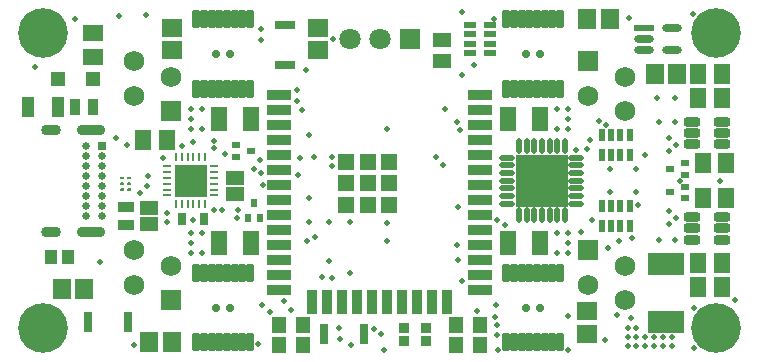
<source format=gts>
G04*
G04 #@! TF.GenerationSoftware,Altium Limited,Altium Designer,22.2.1 (43)*
G04*
G04 Layer_Color=8388736*
%FSLAX25Y25*%
%MOIN*%
G70*
G04*
G04 #@! TF.SameCoordinates,0E938A99-CEBE-4E5B-98FA-E82972142B6D*
G04*
G04*
G04 #@! TF.FilePolarity,Negative*
G04*
G01*
G75*
%ADD20R,0.12402X0.07717*%
%ADD22R,0.07874X0.03543*%
%ADD23R,0.03543X0.07874*%
%ADD24R,0.05236X0.05236*%
%ADD34R,0.03150X0.06693*%
G04:AMPARAMS|DCode=35|XSize=67.21mil|YSize=24.25mil|CornerRadius=12.12mil|HoleSize=0mil|Usage=FLASHONLY|Rotation=0.000|XOffset=0mil|YOffset=0mil|HoleType=Round|Shape=RoundedRectangle|*
%AMROUNDEDRECTD35*
21,1,0.06721,0.00000,0,0,0.0*
21,1,0.04296,0.02425,0,0,0.0*
1,1,0.02425,0.02148,0.00000*
1,1,0.02425,-0.02148,0.00000*
1,1,0.02425,-0.02148,0.00000*
1,1,0.02425,0.02148,0.00000*
%
%ADD35ROUNDEDRECTD35*%
%ADD36R,0.06721X0.02425*%
%ADD38R,0.05591X0.08386*%
%ADD43R,0.03150X0.04134*%
%ADD44R,0.03740X0.05315*%
%ADD45R,0.04921X0.04803*%
%ADD46R,0.05315X0.03740*%
%ADD47R,0.00984X0.02756*%
%ADD48R,0.02756X0.00984*%
%ADD49R,0.03937X0.07087*%
%ADD51R,0.06693X0.03150*%
%ADD52R,0.03960X0.05151*%
%ADD53R,0.06902X0.06312*%
%ADD54R,0.06509X0.05524*%
%ADD55R,0.06115X0.04737*%
%ADD56R,0.04343X0.02473*%
%ADD57R,0.02473X0.04343*%
%ADD58O,0.01981X0.05328*%
%ADD59O,0.05328X0.01981*%
%ADD60R,0.17335X0.17335*%
%ADD61R,0.05524X0.06509*%
%ADD62R,0.02800X0.02202*%
G04:AMPARAMS|DCode=63|XSize=55.64mil|YSize=31.23mil|CornerRadius=9.81mil|HoleSize=0mil|Usage=FLASHONLY|Rotation=0.000|XOffset=0mil|YOffset=0mil|HoleType=Round|Shape=RoundedRectangle|*
%AMROUNDEDRECTD63*
21,1,0.05564,0.01161,0,0,0.0*
21,1,0.03602,0.03123,0,0,0.0*
1,1,0.01961,0.01801,-0.00581*
1,1,0.01961,-0.01801,-0.00581*
1,1,0.01961,-0.01801,0.00581*
1,1,0.01961,0.01801,0.00581*
%
%ADD63ROUNDEDRECTD63*%
%ADD64R,0.06312X0.06902*%
%ADD65R,0.05131X0.05524*%
%ADD66R,0.06706X0.06312*%
G04:AMPARAMS|DCode=67|XSize=25.72mil|YSize=63.12mil|CornerRadius=5.95mil|HoleSize=0mil|Usage=FLASHONLY|Rotation=180.000|XOffset=0mil|YOffset=0mil|HoleType=Round|Shape=RoundedRectangle|*
%AMROUNDEDRECTD67*
21,1,0.02572,0.05122,0,0,180.0*
21,1,0.01382,0.06312,0,0,180.0*
1,1,0.01190,-0.00691,0.02561*
1,1,0.01190,0.00691,0.02561*
1,1,0.01190,0.00691,-0.02561*
1,1,0.01190,-0.00691,-0.02561*
%
%ADD67ROUNDEDRECTD67*%
%ADD68R,0.03556X0.03556*%
%ADD69R,0.06115X0.05131*%
%ADD70R,0.02202X0.02800*%
%ADD71R,0.10827X0.10827*%
%ADD72R,0.06312X0.06706*%
%ADD73R,0.07099X0.07099*%
%ADD74C,0.07099*%
%ADD75C,0.06800*%
%ADD76R,0.06800X0.06800*%
%ADD77C,0.16548*%
%ADD78C,0.02559*%
%ADD79R,0.02559X0.02559*%
G04:AMPARAMS|DCode=80|XSize=35.43mil|YSize=94.49mil|CornerRadius=17.72mil|HoleSize=0mil|Usage=FLASHONLY|Rotation=270.000|XOffset=0mil|YOffset=0mil|HoleType=Round|Shape=RoundedRectangle|*
%AMROUNDEDRECTD80*
21,1,0.03543,0.05906,0,0,270.0*
21,1,0.00000,0.09449,0,0,270.0*
1,1,0.03543,-0.02953,0.00000*
1,1,0.03543,-0.02953,0.00000*
1,1,0.03543,0.02953,0.00000*
1,1,0.03543,0.02953,0.00000*
%
%ADD80ROUNDEDRECTD80*%
G04:AMPARAMS|DCode=81|XSize=35.43mil|YSize=66.93mil|CornerRadius=17.72mil|HoleSize=0mil|Usage=FLASHONLY|Rotation=270.000|XOffset=0mil|YOffset=0mil|HoleType=Round|Shape=RoundedRectangle|*
%AMROUNDEDRECTD81*
21,1,0.03543,0.03150,0,0,270.0*
21,1,0.00000,0.06693,0,0,270.0*
1,1,0.03543,-0.01575,0.00000*
1,1,0.03543,-0.01575,0.00000*
1,1,0.03543,0.01575,0.00000*
1,1,0.03543,0.01575,0.00000*
%
%ADD81ROUNDEDRECTD81*%
%ADD82C,0.02000*%
%ADD83C,0.02769*%
G36*
X39088Y60403D02*
X39143Y60348D01*
X39173Y60275D01*
Y60236D01*
Y59842D01*
Y59803D01*
X39143Y59731D01*
X39088Y59676D01*
X39015Y59646D01*
X38150D01*
X38078Y59676D01*
X38022Y59731D01*
X37992Y59803D01*
Y59842D01*
Y60236D01*
Y60275D01*
X38022Y60348D01*
X38078Y60403D01*
X38150Y60433D01*
X39015D01*
X39088Y60403D01*
D02*
G37*
G36*
X36922D02*
X36978Y60348D01*
X37008Y60275D01*
Y60236D01*
Y59842D01*
Y59803D01*
X36978Y59731D01*
X36922Y59676D01*
X36850Y59646D01*
X35788D01*
X35715Y59676D01*
X35660Y59731D01*
X35630Y59803D01*
Y59842D01*
Y60236D01*
Y60275D01*
X35660Y60348D01*
X35715Y60403D01*
X35788Y60433D01*
X36850D01*
X36922Y60403D01*
D02*
G37*
G36*
X39088Y58435D02*
X39143Y58379D01*
X39173Y58307D01*
Y58268D01*
Y57874D01*
Y57835D01*
X39143Y57762D01*
X39088Y57707D01*
X39015Y57677D01*
X38150D01*
X38078Y57707D01*
X38022Y57762D01*
X37992Y57835D01*
Y57874D01*
Y58268D01*
Y58307D01*
X38022Y58379D01*
X38078Y58435D01*
X38150Y58465D01*
X39015D01*
X39088Y58435D01*
D02*
G37*
G36*
X36726D02*
X36781Y58379D01*
X36811Y58307D01*
Y58268D01*
Y57874D01*
Y57835D01*
X36781Y57762D01*
X36726Y57707D01*
X36653Y57677D01*
X35788D01*
X35715Y57707D01*
X35660Y57762D01*
X35630Y57835D01*
Y57874D01*
Y58268D01*
Y58307D01*
X35660Y58379D01*
X35715Y58435D01*
X35788Y58465D01*
X36653D01*
X36726Y58435D01*
D02*
G37*
G36*
X39088Y56466D02*
X39143Y56411D01*
X39173Y56338D01*
Y56299D01*
Y55905D01*
Y55866D01*
X39143Y55794D01*
X39088Y55739D01*
X39015Y55709D01*
X38150D01*
X38078Y55739D01*
X38022Y55794D01*
X37992Y55866D01*
Y55905D01*
Y56299D01*
Y56338D01*
X38022Y56411D01*
X38078Y56466D01*
X38150Y56496D01*
X39015D01*
X39088Y56466D01*
D02*
G37*
G36*
X36726D02*
X36781Y56411D01*
X36811Y56338D01*
Y56299D01*
Y55905D01*
Y55866D01*
X36781Y55794D01*
X36726Y55739D01*
X36653Y55709D01*
X35788D01*
X35715Y55739D01*
X35660Y55794D01*
X35630Y55866D01*
Y55905D01*
Y56299D01*
Y56338D01*
X35660Y56411D01*
X35715Y56466D01*
X35788Y56496D01*
X36653D01*
X36726Y56466D01*
D02*
G37*
D20*
X217520Y11988D02*
D03*
Y31319D02*
D03*
D22*
X88583Y87638D02*
D03*
Y82638D02*
D03*
Y77638D02*
D03*
Y72638D02*
D03*
Y67638D02*
D03*
Y62638D02*
D03*
Y57638D02*
D03*
Y52638D02*
D03*
Y47638D02*
D03*
Y42638D02*
D03*
Y37638D02*
D03*
Y32638D02*
D03*
Y27638D02*
D03*
Y22638D02*
D03*
X155512D02*
D03*
Y27638D02*
D03*
Y32638D02*
D03*
Y37638D02*
D03*
Y42638D02*
D03*
Y47638D02*
D03*
Y52638D02*
D03*
Y57638D02*
D03*
Y62638D02*
D03*
Y67638D02*
D03*
Y72638D02*
D03*
Y77638D02*
D03*
Y82638D02*
D03*
Y87638D02*
D03*
D23*
X99547Y18701D02*
D03*
X104547D02*
D03*
X109547D02*
D03*
X114547D02*
D03*
X119547D02*
D03*
X124547D02*
D03*
X129547D02*
D03*
X134547D02*
D03*
X139547D02*
D03*
X144547D02*
D03*
D24*
X110886Y65335D02*
D03*
X118110D02*
D03*
X125335D02*
D03*
X110886Y58110D02*
D03*
X118110D02*
D03*
X125335D02*
D03*
X110886Y50886D02*
D03*
X118110D02*
D03*
X125335D02*
D03*
D34*
X116929Y7874D02*
D03*
X103543D02*
D03*
X24803Y11811D02*
D03*
X38189D02*
D03*
D35*
X219687Y110039D02*
D03*
Y102559D02*
D03*
X210234D02*
D03*
Y106299D02*
D03*
D36*
Y110039D02*
D03*
D38*
X68504Y38386D02*
D03*
X79134D02*
D03*
X68504Y79724D02*
D03*
X79134D02*
D03*
X175591Y38189D02*
D03*
X164961D02*
D03*
X175591Y79724D02*
D03*
X164961D02*
D03*
D43*
X56201Y46260D02*
D03*
X63484D02*
D03*
D44*
X20669Y83465D02*
D03*
X26575D02*
D03*
D45*
X14862Y92913D02*
D03*
X26476D02*
D03*
D46*
X37402Y44291D02*
D03*
Y50197D02*
D03*
D47*
X54134Y66831D02*
D03*
X56102D02*
D03*
X58071D02*
D03*
X60039D02*
D03*
X62008D02*
D03*
X63976D02*
D03*
Y51279D02*
D03*
X62008D02*
D03*
X60039D02*
D03*
X58071D02*
D03*
X56102D02*
D03*
X54134D02*
D03*
D48*
X66831Y63976D02*
D03*
Y62008D02*
D03*
Y60039D02*
D03*
Y58071D02*
D03*
Y56102D02*
D03*
Y54134D02*
D03*
X51279D02*
D03*
Y56102D02*
D03*
Y58071D02*
D03*
Y60039D02*
D03*
Y62008D02*
D03*
Y63976D02*
D03*
D49*
X14764Y83661D02*
D03*
X4921D02*
D03*
D51*
X90551Y111024D02*
D03*
Y97638D02*
D03*
D52*
X12495Y33465D02*
D03*
X18214D02*
D03*
D53*
X101378Y102559D02*
D03*
Y110039D02*
D03*
D54*
X26378Y108268D02*
D03*
Y100394D02*
D03*
D55*
X142717Y105905D02*
D03*
Y98819D02*
D03*
D56*
X152165Y101575D02*
D03*
Y104724D02*
D03*
Y107874D02*
D03*
Y111024D02*
D03*
X158858D02*
D03*
Y107874D02*
D03*
Y104724D02*
D03*
X158859Y101575D02*
D03*
D57*
X205512Y43898D02*
D03*
X202362D02*
D03*
X199213D02*
D03*
X196063D02*
D03*
Y50591D02*
D03*
X199213D02*
D03*
X202362D02*
D03*
X205512Y50591D02*
D03*
X196063Y74213D02*
D03*
X199213D02*
D03*
X202362D02*
D03*
X205512D02*
D03*
Y67520D02*
D03*
X202362D02*
D03*
X199213D02*
D03*
X196063Y67519D02*
D03*
D58*
X183858Y70571D02*
D03*
X181299D02*
D03*
X178740D02*
D03*
X176181D02*
D03*
X173622D02*
D03*
X171063D02*
D03*
X168504D02*
D03*
Y47539D02*
D03*
X171063D02*
D03*
X173622D02*
D03*
X176181D02*
D03*
X178740D02*
D03*
X181299D02*
D03*
X183858D02*
D03*
D59*
X164665Y66732D02*
D03*
Y64173D02*
D03*
Y61614D02*
D03*
Y59055D02*
D03*
Y56496D02*
D03*
Y53937D02*
D03*
Y51378D02*
D03*
X187697D02*
D03*
Y53937D02*
D03*
Y56496D02*
D03*
Y59055D02*
D03*
Y61614D02*
D03*
Y64173D02*
D03*
Y66732D02*
D03*
D60*
X176181Y59055D02*
D03*
D61*
X237598Y53150D02*
D03*
X229724D02*
D03*
X237598Y64961D02*
D03*
X229724D02*
D03*
X228346Y94488D02*
D03*
X236221D02*
D03*
X228346Y86614D02*
D03*
X236221D02*
D03*
X228346Y31496D02*
D03*
X236221D02*
D03*
X228346Y23622D02*
D03*
X236221D02*
D03*
X43307Y72441D02*
D03*
X51181D02*
D03*
D62*
X218907Y55118D02*
D03*
X224006Y57087D02*
D03*
Y53150D02*
D03*
X218907Y62992D02*
D03*
X224006Y64961D02*
D03*
Y61024D02*
D03*
X74222Y70866D02*
D03*
Y66929D02*
D03*
X79321Y68898D02*
D03*
D63*
X236240Y71260D02*
D03*
Y75000D02*
D03*
Y78740D02*
D03*
X226358Y71260D02*
D03*
Y75000D02*
D03*
Y78740D02*
D03*
X236240Y39370D02*
D03*
Y43110D02*
D03*
Y46850D02*
D03*
X226358Y39370D02*
D03*
Y43110D02*
D03*
Y46850D02*
D03*
D64*
X23622Y23031D02*
D03*
X16142D02*
D03*
X213779Y94488D02*
D03*
X221260D02*
D03*
D65*
X96653Y4331D02*
D03*
X88386D02*
D03*
X96653Y10827D02*
D03*
X88386D02*
D03*
X155709Y4331D02*
D03*
X147441D02*
D03*
X155709Y10827D02*
D03*
X147441D02*
D03*
D66*
X52756Y102559D02*
D03*
Y110039D02*
D03*
X191339Y8071D02*
D03*
Y15551D02*
D03*
D67*
X182185Y28346D02*
D03*
X179626D02*
D03*
X177067D02*
D03*
X174508D02*
D03*
X171949D02*
D03*
X169390D02*
D03*
X166831D02*
D03*
X164272D02*
D03*
X182185Y5118D02*
D03*
X179626D02*
D03*
X177067D02*
D03*
X174508D02*
D03*
X171949D02*
D03*
X169390D02*
D03*
X166831D02*
D03*
X164272D02*
D03*
X164272Y89764D02*
D03*
X166831D02*
D03*
X169390D02*
D03*
X171949D02*
D03*
X174508D02*
D03*
X177067D02*
D03*
X179626D02*
D03*
X182185D02*
D03*
X164272Y112992D02*
D03*
X166831D02*
D03*
X169390D02*
D03*
X171949D02*
D03*
X174508D02*
D03*
X177067D02*
D03*
X179626D02*
D03*
X182185D02*
D03*
X78839Y28346D02*
D03*
X76279D02*
D03*
X73721D02*
D03*
X71161D02*
D03*
X68602D02*
D03*
X66043D02*
D03*
X63484D02*
D03*
X60925D02*
D03*
X78839Y5118D02*
D03*
X76279D02*
D03*
X73721D02*
D03*
X71161D02*
D03*
X68602D02*
D03*
X66043D02*
D03*
X63484D02*
D03*
X60925D02*
D03*
X60925Y89764D02*
D03*
X63484D02*
D03*
X66043D02*
D03*
X68602D02*
D03*
X71161D02*
D03*
X73721D02*
D03*
X76279D02*
D03*
X78839D02*
D03*
X60925Y112992D02*
D03*
X63484D02*
D03*
X66043D02*
D03*
X68602D02*
D03*
X71161D02*
D03*
X73721D02*
D03*
X76279D02*
D03*
X78839D02*
D03*
D68*
X137461Y5709D02*
D03*
Y10039D02*
D03*
X130256Y5709D02*
D03*
Y10039D02*
D03*
D69*
X74016Y54528D02*
D03*
Y60039D02*
D03*
X45276Y50000D02*
D03*
Y44488D02*
D03*
D70*
X78150Y46663D02*
D03*
X82087D02*
D03*
X80118Y51762D02*
D03*
D71*
X59055Y59055D02*
D03*
D72*
X52756Y5118D02*
D03*
X45276D02*
D03*
X198819Y112992D02*
D03*
X191339D02*
D03*
D73*
X132047Y106299D02*
D03*
D74*
X122047D02*
D03*
X112047D02*
D03*
D75*
X203780Y30709D02*
D03*
Y19291D02*
D03*
X191457Y24409D02*
D03*
X203780Y93701D02*
D03*
Y82284D02*
D03*
X191457Y87402D02*
D03*
X40315Y24409D02*
D03*
Y35827D02*
D03*
X52638Y30709D02*
D03*
X40315Y87402D02*
D03*
Y98819D02*
D03*
X52638Y93701D02*
D03*
D76*
X191457Y35827D02*
D03*
Y98819D02*
D03*
X52638Y19291D02*
D03*
Y82284D02*
D03*
D77*
X9843Y108268D02*
D03*
Y9843D02*
D03*
X234252Y108268D02*
D03*
Y9843D02*
D03*
D78*
X24311Y70768D02*
D03*
Y67421D02*
D03*
Y64075D02*
D03*
Y60728D02*
D03*
Y57382D02*
D03*
Y54035D02*
D03*
Y50689D02*
D03*
Y47343D02*
D03*
X29626D02*
D03*
Y50689D02*
D03*
Y54035D02*
D03*
Y57382D02*
D03*
Y60728D02*
D03*
Y64075D02*
D03*
Y67421D02*
D03*
D79*
Y70768D02*
D03*
D80*
X25768Y42028D02*
D03*
Y76083D02*
D03*
D81*
X12461Y42028D02*
D03*
Y76083D02*
D03*
D82*
X160236Y112992D02*
D03*
X42323Y54921D02*
D03*
X28740Y32087D02*
D03*
X197319Y5804D02*
D03*
X184843Y2756D02*
D03*
X235433Y59055D02*
D03*
X149409Y25591D02*
D03*
X118110Y65335D02*
D03*
X40157Y4331D02*
D03*
X35236Y113976D02*
D03*
X7283Y96850D02*
D03*
X226378Y114567D02*
D03*
X205315Y113386D02*
D03*
X226772Y3347D02*
D03*
X108661Y10039D02*
D03*
X123622Y2559D02*
D03*
X222204Y59055D02*
D03*
X177067Y5118D02*
D03*
X169390D02*
D03*
X198228Y36614D02*
D03*
X185039Y34843D02*
D03*
X161614Y2484D02*
D03*
X192717Y45898D02*
D03*
X189350Y41877D02*
D03*
X201181Y14173D02*
D03*
X205906Y13189D02*
D03*
X184843Y13780D02*
D03*
X160433Y13551D02*
D03*
X85433Y15157D02*
D03*
X81693Y4528D02*
D03*
X122441Y7874D02*
D03*
X240551Y19291D02*
D03*
X221260Y12008D02*
D03*
X106299Y66929D02*
D03*
X100197D02*
D03*
X98425Y53150D02*
D03*
X201772Y38976D02*
D03*
X112402Y4134D02*
D03*
X108858Y6134D02*
D03*
X51181Y45276D02*
D03*
X59842Y46063D02*
D03*
X16142Y23031D02*
D03*
X43307Y72441D02*
D03*
X45276Y50000D02*
D03*
X82480Y109449D02*
D03*
X44291Y114370D02*
D03*
X149606Y115354D02*
D03*
X101378Y110039D02*
D03*
X106693Y106299D02*
D03*
X187697Y59055D02*
D03*
X208071Y50984D02*
D03*
X199016Y62992D02*
D03*
X207677Y55118D02*
D03*
X218504Y49016D02*
D03*
X220866Y46654D02*
D03*
X147835Y78740D02*
D03*
X178740Y70571D02*
D03*
X82677Y105905D02*
D03*
X153543Y97441D02*
D03*
X95472Y66535D02*
D03*
X20669Y112992D02*
D03*
X210433Y67520D02*
D03*
X106299Y26575D02*
D03*
X102756Y26772D02*
D03*
X90189Y19094D02*
D03*
X92510Y15942D02*
D03*
X98032Y38780D02*
D03*
X100394Y40157D02*
D03*
X106299Y63976D02*
D03*
X98425Y74410D02*
D03*
X94882Y60827D02*
D03*
X149606Y94291D02*
D03*
X143898Y83071D02*
D03*
X148228Y50197D02*
D03*
X206299Y39961D02*
D03*
X161221Y7677D02*
D03*
X187697Y69390D02*
D03*
X192126Y72638D02*
D03*
X191339Y69685D02*
D03*
X181102Y76410D02*
D03*
X149016Y75787D02*
D03*
X98425Y45276D02*
D03*
X124606Y38780D02*
D03*
X196063Y43898D02*
D03*
X199213D02*
D03*
X38189Y11811D02*
D03*
X78839Y28346D02*
D03*
X82874Y17717D02*
D03*
X197543Y77661D02*
D03*
X195079Y78937D02*
D03*
X196063Y74213D02*
D03*
X199213D02*
D03*
X226969Y16732D02*
D03*
X148031Y37598D02*
D03*
X105315Y45276D02*
D03*
X112205D02*
D03*
X173622Y70571D02*
D03*
X176181Y59055D02*
D03*
X164665Y66732D02*
D03*
Y64173D02*
D03*
X142717Y98819D02*
D03*
X143307Y64173D02*
D03*
X140945Y66929D02*
D03*
X124606Y76181D02*
D03*
X97638Y96063D02*
D03*
X161024Y17551D02*
D03*
X161221Y10827D02*
D03*
X70669Y67882D02*
D03*
X148268Y32638D02*
D03*
X112205Y28346D02*
D03*
X105315Y32283D02*
D03*
X154665Y15551D02*
D03*
X164665Y51378D02*
D03*
X163976Y44291D02*
D03*
X161358Y45807D02*
D03*
X124606Y44882D02*
D03*
X173622Y47539D02*
D03*
X176181D02*
D03*
X178740D02*
D03*
X181299D02*
D03*
X183858D02*
D03*
X187697Y51378D02*
D03*
X181102Y34843D02*
D03*
X182185Y28346D02*
D03*
X179626D02*
D03*
X166831D02*
D03*
X164272D02*
D03*
X219488Y3937D02*
D03*
X216535D02*
D03*
X213583D02*
D03*
X219488Y6890D02*
D03*
X216535D02*
D03*
X213583D02*
D03*
X210630D02*
D03*
Y3937D02*
D03*
X207677D02*
D03*
X204724D02*
D03*
X207677Y6890D02*
D03*
X204724D02*
D03*
Y9843D02*
D03*
X207677D02*
D03*
X213976Y12008D02*
D03*
X217520Y11988D02*
D03*
X83146Y57677D02*
D03*
X82677Y61614D02*
D03*
X80118Y62795D02*
D03*
X229528Y63976D02*
D03*
Y54331D02*
D03*
X152165Y104724D02*
D03*
Y107874D02*
D03*
Y111024D02*
D03*
X183858Y70571D02*
D03*
X181299D02*
D03*
X164665Y53937D02*
D03*
Y56496D02*
D03*
Y59055D02*
D03*
X218504Y44488D02*
D03*
X220866Y71063D02*
D03*
X218504Y68898D02*
D03*
Y73425D02*
D03*
X226358Y78740D02*
D03*
Y39370D02*
D03*
X120079Y9449D02*
D03*
X185039Y76410D02*
D03*
X214567Y86614D02*
D03*
X199016Y55118D02*
D03*
X34252Y73425D02*
D03*
X4921Y83661D02*
D03*
X207677Y62992D02*
D03*
X220472Y78740D02*
D03*
X215354D02*
D03*
Y39370D02*
D03*
X220472D02*
D03*
X219687Y110039D02*
D03*
X210234D02*
D03*
X177067Y28346D02*
D03*
X175591Y38386D02*
D03*
X60925Y5118D02*
D03*
X63484Y28346D02*
D03*
X73721D02*
D03*
X60925D02*
D03*
X76279D02*
D03*
X68504Y38386D02*
D03*
X182185Y112992D02*
D03*
X171949Y112992D02*
D03*
X174508D02*
D03*
X169390Y89764D02*
D03*
X175591Y79724D02*
D03*
X182185Y89764D02*
D03*
X179626D02*
D03*
X166831D02*
D03*
X164272D02*
D03*
X66043D02*
D03*
X71161Y28346D02*
D03*
X174508D02*
D03*
X171949Y89764D02*
D03*
X68602D02*
D03*
X166831Y5118D02*
D03*
X171949D02*
D03*
X174508D02*
D03*
X179626D02*
D03*
X71161D02*
D03*
X68602D02*
D03*
X76279D02*
D03*
X63484D02*
D03*
X179626Y112992D02*
D03*
X166831D02*
D03*
X63484D02*
D03*
X76279D02*
D03*
X71161D02*
D03*
X68602D02*
D03*
X78839Y89764D02*
D03*
X76279D02*
D03*
X60925D02*
D03*
X63484D02*
D03*
X94488Y85630D02*
D03*
Y89370D02*
D03*
X68504Y79724D02*
D03*
X50000Y66732D02*
D03*
X220472Y86614D02*
D03*
Y31496D02*
D03*
X215354D02*
D03*
X185039Y83071D02*
D03*
Y79724D02*
D03*
X181102Y83071D02*
D03*
X185039Y41535D02*
D03*
Y38189D02*
D03*
X181102Y41535D02*
D03*
X62992Y41732D02*
D03*
Y35039D02*
D03*
X59055Y41732D02*
D03*
Y38386D02*
D03*
Y35039D02*
D03*
X51181Y48425D02*
D03*
X37795Y71063D02*
D03*
X66929Y72409D02*
D03*
X59842Y71850D02*
D03*
X69685Y49213D02*
D03*
X66831D02*
D03*
X56102Y70669D02*
D03*
X74606Y46654D02*
D03*
X74803Y49409D02*
D03*
X96063Y82638D02*
D03*
X82087Y65945D02*
D03*
X66929Y69882D02*
D03*
X44685Y57382D02*
D03*
X44783Y60728D02*
D03*
X59055Y76378D02*
D03*
Y79724D02*
D03*
Y83071D02*
D03*
X62992Y76378D02*
D03*
Y83071D02*
D03*
D83*
X170866Y16732D02*
D03*
X175591D02*
D03*
Y101378D02*
D03*
X170866D02*
D03*
X67520Y16732D02*
D03*
X72244D02*
D03*
Y101378D02*
D03*
X67520D02*
D03*
M02*

</source>
